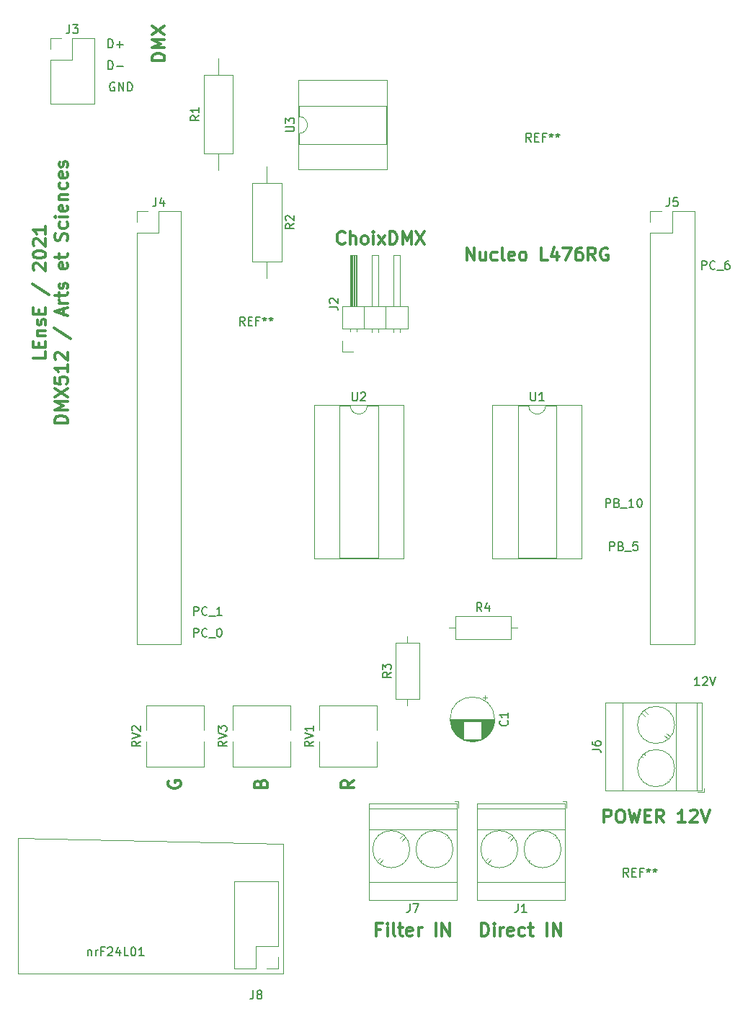
<source format=gbr>
%TF.GenerationSoftware,KiCad,Pcbnew,(5.0.1)-4*%
%TF.CreationDate,2021-10-01T09:14:40+02:00*%
%TF.ProjectId,carteDmx512,6361727465446D783531322E6B696361,rev?*%
%TF.SameCoordinates,Original*%
%TF.FileFunction,Legend,Top*%
%TF.FilePolarity,Positive*%
%FSLAX46Y46*%
G04 Gerber Fmt 4.6, Leading zero omitted, Abs format (unit mm)*
G04 Created by KiCad (PCBNEW (5.0.1)-4) date 01/10/2021 09:14:40*
%MOMM*%
%LPD*%
G01*
G04 APERTURE LIST*
%ADD10C,0.120000*%
%ADD11C,0.150000*%
%ADD12C,0.300000*%
G04 APERTURE END LIST*
D10*
X220980000Y-146685000D02*
X220980000Y-161925000D01*
X189865000Y-146050000D02*
X220980000Y-146685000D01*
X189865000Y-161925000D02*
X189865000Y-146050000D01*
X220980000Y-161925000D02*
X189865000Y-161925000D01*
D11*
X269890952Y-128087380D02*
X269319523Y-128087380D01*
X269605238Y-128087380D02*
X269605238Y-127087380D01*
X269510000Y-127230238D01*
X269414761Y-127325476D01*
X269319523Y-127373095D01*
X270271904Y-127182619D02*
X270319523Y-127135000D01*
X270414761Y-127087380D01*
X270652857Y-127087380D01*
X270748095Y-127135000D01*
X270795714Y-127182619D01*
X270843333Y-127277857D01*
X270843333Y-127373095D01*
X270795714Y-127515952D01*
X270224285Y-128087380D01*
X270843333Y-128087380D01*
X271129047Y-127087380D02*
X271462380Y-128087380D01*
X271795714Y-127087380D01*
X198033095Y-159170714D02*
X198033095Y-159837380D01*
X198033095Y-159265952D02*
X198080714Y-159218333D01*
X198175952Y-159170714D01*
X198318809Y-159170714D01*
X198414047Y-159218333D01*
X198461666Y-159313571D01*
X198461666Y-159837380D01*
X198937857Y-159837380D02*
X198937857Y-159170714D01*
X198937857Y-159361190D02*
X198985476Y-159265952D01*
X199033095Y-159218333D01*
X199128333Y-159170714D01*
X199223571Y-159170714D01*
X199890238Y-159313571D02*
X199556904Y-159313571D01*
X199556904Y-159837380D02*
X199556904Y-158837380D01*
X200033095Y-158837380D01*
X200366428Y-158932619D02*
X200414047Y-158885000D01*
X200509285Y-158837380D01*
X200747380Y-158837380D01*
X200842619Y-158885000D01*
X200890238Y-158932619D01*
X200937857Y-159027857D01*
X200937857Y-159123095D01*
X200890238Y-159265952D01*
X200318809Y-159837380D01*
X200937857Y-159837380D01*
X201795000Y-159170714D02*
X201795000Y-159837380D01*
X201556904Y-158789761D02*
X201318809Y-159504047D01*
X201937857Y-159504047D01*
X202795000Y-159837380D02*
X202318809Y-159837380D01*
X202318809Y-158837380D01*
X203318809Y-158837380D02*
X203414047Y-158837380D01*
X203509285Y-158885000D01*
X203556904Y-158932619D01*
X203604523Y-159027857D01*
X203652142Y-159218333D01*
X203652142Y-159456428D01*
X203604523Y-159646904D01*
X203556904Y-159742142D01*
X203509285Y-159789761D01*
X203414047Y-159837380D01*
X203318809Y-159837380D01*
X203223571Y-159789761D01*
X203175952Y-159742142D01*
X203128333Y-159646904D01*
X203080714Y-159456428D01*
X203080714Y-159218333D01*
X203128333Y-159027857D01*
X203175952Y-158932619D01*
X203223571Y-158885000D01*
X203318809Y-158837380D01*
X204604523Y-159837380D02*
X204033095Y-159837380D01*
X204318809Y-159837380D02*
X204318809Y-158837380D01*
X204223571Y-158980238D01*
X204128333Y-159075476D01*
X204033095Y-159123095D01*
D12*
X242539285Y-78148571D02*
X242539285Y-76648571D01*
X243396428Y-78148571D01*
X243396428Y-76648571D01*
X244753571Y-77148571D02*
X244753571Y-78148571D01*
X244110714Y-77148571D02*
X244110714Y-77934285D01*
X244182142Y-78077142D01*
X244325000Y-78148571D01*
X244539285Y-78148571D01*
X244682142Y-78077142D01*
X244753571Y-78005714D01*
X246110714Y-78077142D02*
X245967857Y-78148571D01*
X245682142Y-78148571D01*
X245539285Y-78077142D01*
X245467857Y-78005714D01*
X245396428Y-77862857D01*
X245396428Y-77434285D01*
X245467857Y-77291428D01*
X245539285Y-77220000D01*
X245682142Y-77148571D01*
X245967857Y-77148571D01*
X246110714Y-77220000D01*
X246967857Y-78148571D02*
X246825000Y-78077142D01*
X246753571Y-77934285D01*
X246753571Y-76648571D01*
X248110714Y-78077142D02*
X247967857Y-78148571D01*
X247682142Y-78148571D01*
X247539285Y-78077142D01*
X247467857Y-77934285D01*
X247467857Y-77362857D01*
X247539285Y-77220000D01*
X247682142Y-77148571D01*
X247967857Y-77148571D01*
X248110714Y-77220000D01*
X248182142Y-77362857D01*
X248182142Y-77505714D01*
X247467857Y-77648571D01*
X249039285Y-78148571D02*
X248896428Y-78077142D01*
X248825000Y-78005714D01*
X248753571Y-77862857D01*
X248753571Y-77434285D01*
X248825000Y-77291428D01*
X248896428Y-77220000D01*
X249039285Y-77148571D01*
X249253571Y-77148571D01*
X249396428Y-77220000D01*
X249467857Y-77291428D01*
X249539285Y-77434285D01*
X249539285Y-77862857D01*
X249467857Y-78005714D01*
X249396428Y-78077142D01*
X249253571Y-78148571D01*
X249039285Y-78148571D01*
X252039285Y-78148571D02*
X251325000Y-78148571D01*
X251325000Y-76648571D01*
X253182142Y-77148571D02*
X253182142Y-78148571D01*
X252825000Y-76577142D02*
X252467857Y-77648571D01*
X253396428Y-77648571D01*
X253825000Y-76648571D02*
X254825000Y-76648571D01*
X254182142Y-78148571D01*
X256039285Y-76648571D02*
X255753571Y-76648571D01*
X255610714Y-76720000D01*
X255539285Y-76791428D01*
X255396428Y-77005714D01*
X255325000Y-77291428D01*
X255325000Y-77862857D01*
X255396428Y-78005714D01*
X255467857Y-78077142D01*
X255610714Y-78148571D01*
X255896428Y-78148571D01*
X256039285Y-78077142D01*
X256110714Y-78005714D01*
X256182142Y-77862857D01*
X256182142Y-77505714D01*
X256110714Y-77362857D01*
X256039285Y-77291428D01*
X255896428Y-77220000D01*
X255610714Y-77220000D01*
X255467857Y-77291428D01*
X255396428Y-77362857D01*
X255325000Y-77505714D01*
X257682142Y-78148571D02*
X257182142Y-77434285D01*
X256825000Y-78148571D02*
X256825000Y-76648571D01*
X257396428Y-76648571D01*
X257539285Y-76720000D01*
X257610714Y-76791428D01*
X257682142Y-76934285D01*
X257682142Y-77148571D01*
X257610714Y-77291428D01*
X257539285Y-77362857D01*
X257396428Y-77434285D01*
X256825000Y-77434285D01*
X259110714Y-76720000D02*
X258967857Y-76648571D01*
X258753571Y-76648571D01*
X258539285Y-76720000D01*
X258396428Y-76862857D01*
X258325000Y-77005714D01*
X258253571Y-77291428D01*
X258253571Y-77505714D01*
X258325000Y-77791428D01*
X258396428Y-77934285D01*
X258539285Y-78077142D01*
X258753571Y-78148571D01*
X258896428Y-78148571D01*
X259110714Y-78077142D01*
X259182142Y-78005714D01*
X259182142Y-77505714D01*
X258896428Y-77505714D01*
X207053571Y-54669285D02*
X205553571Y-54669285D01*
X205553571Y-54312142D01*
X205625000Y-54097857D01*
X205767857Y-53955000D01*
X205910714Y-53883571D01*
X206196428Y-53812142D01*
X206410714Y-53812142D01*
X206696428Y-53883571D01*
X206839285Y-53955000D01*
X206982142Y-54097857D01*
X207053571Y-54312142D01*
X207053571Y-54669285D01*
X207053571Y-53169285D02*
X205553571Y-53169285D01*
X206625000Y-52669285D01*
X205553571Y-52169285D01*
X207053571Y-52169285D01*
X205553571Y-51597857D02*
X207053571Y-50597857D01*
X205553571Y-50597857D02*
X207053571Y-51597857D01*
X228231428Y-76100714D02*
X228160000Y-76172142D01*
X227945714Y-76243571D01*
X227802857Y-76243571D01*
X227588571Y-76172142D01*
X227445714Y-76029285D01*
X227374285Y-75886428D01*
X227302857Y-75600714D01*
X227302857Y-75386428D01*
X227374285Y-75100714D01*
X227445714Y-74957857D01*
X227588571Y-74815000D01*
X227802857Y-74743571D01*
X227945714Y-74743571D01*
X228160000Y-74815000D01*
X228231428Y-74886428D01*
X228874285Y-76243571D02*
X228874285Y-74743571D01*
X229517142Y-76243571D02*
X229517142Y-75457857D01*
X229445714Y-75315000D01*
X229302857Y-75243571D01*
X229088571Y-75243571D01*
X228945714Y-75315000D01*
X228874285Y-75386428D01*
X230445714Y-76243571D02*
X230302857Y-76172142D01*
X230231428Y-76100714D01*
X230160000Y-75957857D01*
X230160000Y-75529285D01*
X230231428Y-75386428D01*
X230302857Y-75315000D01*
X230445714Y-75243571D01*
X230660000Y-75243571D01*
X230802857Y-75315000D01*
X230874285Y-75386428D01*
X230945714Y-75529285D01*
X230945714Y-75957857D01*
X230874285Y-76100714D01*
X230802857Y-76172142D01*
X230660000Y-76243571D01*
X230445714Y-76243571D01*
X231588571Y-76243571D02*
X231588571Y-75243571D01*
X231588571Y-74743571D02*
X231517142Y-74815000D01*
X231588571Y-74886428D01*
X231660000Y-74815000D01*
X231588571Y-74743571D01*
X231588571Y-74886428D01*
X232160000Y-76243571D02*
X232945714Y-75243571D01*
X232160000Y-75243571D02*
X232945714Y-76243571D01*
X233517142Y-76243571D02*
X233517142Y-74743571D01*
X233874285Y-74743571D01*
X234088571Y-74815000D01*
X234231428Y-74957857D01*
X234302857Y-75100714D01*
X234374285Y-75386428D01*
X234374285Y-75600714D01*
X234302857Y-75886428D01*
X234231428Y-76029285D01*
X234088571Y-76172142D01*
X233874285Y-76243571D01*
X233517142Y-76243571D01*
X235017142Y-76243571D02*
X235017142Y-74743571D01*
X235517142Y-75815000D01*
X236017142Y-74743571D01*
X236017142Y-76243571D01*
X236588571Y-74743571D02*
X237588571Y-76243571D01*
X237588571Y-74743571D02*
X236588571Y-76243571D01*
X218332857Y-139592857D02*
X218404285Y-139378571D01*
X218475714Y-139307142D01*
X218618571Y-139235714D01*
X218832857Y-139235714D01*
X218975714Y-139307142D01*
X219047142Y-139378571D01*
X219118571Y-139521428D01*
X219118571Y-140092857D01*
X217618571Y-140092857D01*
X217618571Y-139592857D01*
X217690000Y-139450000D01*
X217761428Y-139378571D01*
X217904285Y-139307142D01*
X218047142Y-139307142D01*
X218190000Y-139378571D01*
X218261428Y-139450000D01*
X218332857Y-139592857D01*
X218332857Y-140092857D01*
X207530000Y-139307142D02*
X207458571Y-139450000D01*
X207458571Y-139664285D01*
X207530000Y-139878571D01*
X207672857Y-140021428D01*
X207815714Y-140092857D01*
X208101428Y-140164285D01*
X208315714Y-140164285D01*
X208601428Y-140092857D01*
X208744285Y-140021428D01*
X208887142Y-139878571D01*
X208958571Y-139664285D01*
X208958571Y-139521428D01*
X208887142Y-139307142D01*
X208815714Y-139235714D01*
X208315714Y-139235714D01*
X208315714Y-139521428D01*
X229278571Y-139235714D02*
X228564285Y-139735714D01*
X229278571Y-140092857D02*
X227778571Y-140092857D01*
X227778571Y-139521428D01*
X227850000Y-139378571D01*
X227921428Y-139307142D01*
X228064285Y-139235714D01*
X228278571Y-139235714D01*
X228421428Y-139307142D01*
X228492857Y-139378571D01*
X228564285Y-139521428D01*
X228564285Y-140092857D01*
X258687857Y-144188571D02*
X258687857Y-142688571D01*
X259259285Y-142688571D01*
X259402142Y-142760000D01*
X259473571Y-142831428D01*
X259545000Y-142974285D01*
X259545000Y-143188571D01*
X259473571Y-143331428D01*
X259402142Y-143402857D01*
X259259285Y-143474285D01*
X258687857Y-143474285D01*
X260473571Y-142688571D02*
X260759285Y-142688571D01*
X260902142Y-142760000D01*
X261045000Y-142902857D01*
X261116428Y-143188571D01*
X261116428Y-143688571D01*
X261045000Y-143974285D01*
X260902142Y-144117142D01*
X260759285Y-144188571D01*
X260473571Y-144188571D01*
X260330714Y-144117142D01*
X260187857Y-143974285D01*
X260116428Y-143688571D01*
X260116428Y-143188571D01*
X260187857Y-142902857D01*
X260330714Y-142760000D01*
X260473571Y-142688571D01*
X261616428Y-142688571D02*
X261973571Y-144188571D01*
X262259285Y-143117142D01*
X262545000Y-144188571D01*
X262902142Y-142688571D01*
X263473571Y-143402857D02*
X263973571Y-143402857D01*
X264187857Y-144188571D02*
X263473571Y-144188571D01*
X263473571Y-142688571D01*
X264187857Y-142688571D01*
X265687857Y-144188571D02*
X265187857Y-143474285D01*
X264830714Y-144188571D02*
X264830714Y-142688571D01*
X265402142Y-142688571D01*
X265545000Y-142760000D01*
X265616428Y-142831428D01*
X265687857Y-142974285D01*
X265687857Y-143188571D01*
X265616428Y-143331428D01*
X265545000Y-143402857D01*
X265402142Y-143474285D01*
X264830714Y-143474285D01*
X268259285Y-144188571D02*
X267402142Y-144188571D01*
X267830714Y-144188571D02*
X267830714Y-142688571D01*
X267687857Y-142902857D01*
X267545000Y-143045714D01*
X267402142Y-143117142D01*
X268830714Y-142831428D02*
X268902142Y-142760000D01*
X269045000Y-142688571D01*
X269402142Y-142688571D01*
X269545000Y-142760000D01*
X269616428Y-142831428D01*
X269687857Y-142974285D01*
X269687857Y-143117142D01*
X269616428Y-143331428D01*
X268759285Y-144188571D01*
X269687857Y-144188571D01*
X270116428Y-142688571D02*
X270616428Y-144188571D01*
X271116428Y-142688571D01*
X244277142Y-157523571D02*
X244277142Y-156023571D01*
X244634285Y-156023571D01*
X244848571Y-156095000D01*
X244991428Y-156237857D01*
X245062857Y-156380714D01*
X245134285Y-156666428D01*
X245134285Y-156880714D01*
X245062857Y-157166428D01*
X244991428Y-157309285D01*
X244848571Y-157452142D01*
X244634285Y-157523571D01*
X244277142Y-157523571D01*
X245777142Y-157523571D02*
X245777142Y-156523571D01*
X245777142Y-156023571D02*
X245705714Y-156095000D01*
X245777142Y-156166428D01*
X245848571Y-156095000D01*
X245777142Y-156023571D01*
X245777142Y-156166428D01*
X246491428Y-157523571D02*
X246491428Y-156523571D01*
X246491428Y-156809285D02*
X246562857Y-156666428D01*
X246634285Y-156595000D01*
X246777142Y-156523571D01*
X246920000Y-156523571D01*
X247991428Y-157452142D02*
X247848571Y-157523571D01*
X247562857Y-157523571D01*
X247420000Y-157452142D01*
X247348571Y-157309285D01*
X247348571Y-156737857D01*
X247420000Y-156595000D01*
X247562857Y-156523571D01*
X247848571Y-156523571D01*
X247991428Y-156595000D01*
X248062857Y-156737857D01*
X248062857Y-156880714D01*
X247348571Y-157023571D01*
X249348571Y-157452142D02*
X249205714Y-157523571D01*
X248920000Y-157523571D01*
X248777142Y-157452142D01*
X248705714Y-157380714D01*
X248634285Y-157237857D01*
X248634285Y-156809285D01*
X248705714Y-156666428D01*
X248777142Y-156595000D01*
X248920000Y-156523571D01*
X249205714Y-156523571D01*
X249348571Y-156595000D01*
X249777142Y-156523571D02*
X250348571Y-156523571D01*
X249991428Y-156023571D02*
X249991428Y-157309285D01*
X250062857Y-157452142D01*
X250205714Y-157523571D01*
X250348571Y-157523571D01*
X251991428Y-157523571D02*
X251991428Y-156023571D01*
X252705714Y-157523571D02*
X252705714Y-156023571D01*
X253562857Y-157523571D01*
X253562857Y-156023571D01*
X232434285Y-156737857D02*
X231934285Y-156737857D01*
X231934285Y-157523571D02*
X231934285Y-156023571D01*
X232648571Y-156023571D01*
X233220000Y-157523571D02*
X233220000Y-156523571D01*
X233220000Y-156023571D02*
X233148571Y-156095000D01*
X233220000Y-156166428D01*
X233291428Y-156095000D01*
X233220000Y-156023571D01*
X233220000Y-156166428D01*
X234148571Y-157523571D02*
X234005714Y-157452142D01*
X233934285Y-157309285D01*
X233934285Y-156023571D01*
X234505714Y-156523571D02*
X235077142Y-156523571D01*
X234720000Y-156023571D02*
X234720000Y-157309285D01*
X234791428Y-157452142D01*
X234934285Y-157523571D01*
X235077142Y-157523571D01*
X236148571Y-157452142D02*
X236005714Y-157523571D01*
X235720000Y-157523571D01*
X235577142Y-157452142D01*
X235505714Y-157309285D01*
X235505714Y-156737857D01*
X235577142Y-156595000D01*
X235720000Y-156523571D01*
X236005714Y-156523571D01*
X236148571Y-156595000D01*
X236220000Y-156737857D01*
X236220000Y-156880714D01*
X235505714Y-157023571D01*
X236862857Y-157523571D02*
X236862857Y-156523571D01*
X236862857Y-156809285D02*
X236934285Y-156666428D01*
X237005714Y-156595000D01*
X237148571Y-156523571D01*
X237291428Y-156523571D01*
X238934285Y-157523571D02*
X238934285Y-156023571D01*
X239648571Y-157523571D02*
X239648571Y-156023571D01*
X240505714Y-157523571D01*
X240505714Y-156023571D01*
X193078571Y-88879285D02*
X193078571Y-89593571D01*
X191578571Y-89593571D01*
X192292857Y-88379285D02*
X192292857Y-87879285D01*
X193078571Y-87665000D02*
X193078571Y-88379285D01*
X191578571Y-88379285D01*
X191578571Y-87665000D01*
X192078571Y-87022142D02*
X193078571Y-87022142D01*
X192221428Y-87022142D02*
X192150000Y-86950714D01*
X192078571Y-86807857D01*
X192078571Y-86593571D01*
X192150000Y-86450714D01*
X192292857Y-86379285D01*
X193078571Y-86379285D01*
X193007142Y-85736428D02*
X193078571Y-85593571D01*
X193078571Y-85307857D01*
X193007142Y-85165000D01*
X192864285Y-85093571D01*
X192792857Y-85093571D01*
X192650000Y-85165000D01*
X192578571Y-85307857D01*
X192578571Y-85522142D01*
X192507142Y-85665000D01*
X192364285Y-85736428D01*
X192292857Y-85736428D01*
X192150000Y-85665000D01*
X192078571Y-85522142D01*
X192078571Y-85307857D01*
X192150000Y-85165000D01*
X192292857Y-84450714D02*
X192292857Y-83950714D01*
X193078571Y-83736428D02*
X193078571Y-84450714D01*
X191578571Y-84450714D01*
X191578571Y-83736428D01*
X191507142Y-80879285D02*
X193435714Y-82165000D01*
X191721428Y-79307857D02*
X191650000Y-79236428D01*
X191578571Y-79093571D01*
X191578571Y-78736428D01*
X191650000Y-78593571D01*
X191721428Y-78522142D01*
X191864285Y-78450714D01*
X192007142Y-78450714D01*
X192221428Y-78522142D01*
X193078571Y-79379285D01*
X193078571Y-78450714D01*
X191578571Y-77522142D02*
X191578571Y-77379285D01*
X191650000Y-77236428D01*
X191721428Y-77165000D01*
X191864285Y-77093571D01*
X192150000Y-77022142D01*
X192507142Y-77022142D01*
X192792857Y-77093571D01*
X192935714Y-77165000D01*
X193007142Y-77236428D01*
X193078571Y-77379285D01*
X193078571Y-77522142D01*
X193007142Y-77665000D01*
X192935714Y-77736428D01*
X192792857Y-77807857D01*
X192507142Y-77879285D01*
X192150000Y-77879285D01*
X191864285Y-77807857D01*
X191721428Y-77736428D01*
X191650000Y-77665000D01*
X191578571Y-77522142D01*
X191721428Y-76450714D02*
X191650000Y-76379285D01*
X191578571Y-76236428D01*
X191578571Y-75879285D01*
X191650000Y-75736428D01*
X191721428Y-75665000D01*
X191864285Y-75593571D01*
X192007142Y-75593571D01*
X192221428Y-75665000D01*
X193078571Y-76522142D01*
X193078571Y-75593571D01*
X193078571Y-74165000D02*
X193078571Y-75022142D01*
X193078571Y-74593571D02*
X191578571Y-74593571D01*
X191792857Y-74736428D01*
X191935714Y-74879285D01*
X192007142Y-75022142D01*
X195628571Y-97236428D02*
X194128571Y-97236428D01*
X194128571Y-96879285D01*
X194200000Y-96665000D01*
X194342857Y-96522142D01*
X194485714Y-96450714D01*
X194771428Y-96379285D01*
X194985714Y-96379285D01*
X195271428Y-96450714D01*
X195414285Y-96522142D01*
X195557142Y-96665000D01*
X195628571Y-96879285D01*
X195628571Y-97236428D01*
X195628571Y-95736428D02*
X194128571Y-95736428D01*
X195200000Y-95236428D01*
X194128571Y-94736428D01*
X195628571Y-94736428D01*
X194128571Y-94165000D02*
X195628571Y-93165000D01*
X194128571Y-93165000D02*
X195628571Y-94165000D01*
X194128571Y-91879285D02*
X194128571Y-92593571D01*
X194842857Y-92665000D01*
X194771428Y-92593571D01*
X194700000Y-92450714D01*
X194700000Y-92093571D01*
X194771428Y-91950714D01*
X194842857Y-91879285D01*
X194985714Y-91807857D01*
X195342857Y-91807857D01*
X195485714Y-91879285D01*
X195557142Y-91950714D01*
X195628571Y-92093571D01*
X195628571Y-92450714D01*
X195557142Y-92593571D01*
X195485714Y-92665000D01*
X195628571Y-90379285D02*
X195628571Y-91236428D01*
X195628571Y-90807857D02*
X194128571Y-90807857D01*
X194342857Y-90950714D01*
X194485714Y-91093571D01*
X194557142Y-91236428D01*
X194271428Y-89807857D02*
X194200000Y-89736428D01*
X194128571Y-89593571D01*
X194128571Y-89236428D01*
X194200000Y-89093571D01*
X194271428Y-89022142D01*
X194414285Y-88950714D01*
X194557142Y-88950714D01*
X194771428Y-89022142D01*
X195628571Y-89879285D01*
X195628571Y-88950714D01*
X194057142Y-86093571D02*
X195985714Y-87379285D01*
X195200000Y-84522142D02*
X195200000Y-83807857D01*
X195628571Y-84665000D02*
X194128571Y-84165000D01*
X195628571Y-83665000D01*
X195628571Y-83165000D02*
X194628571Y-83165000D01*
X194914285Y-83165000D02*
X194771428Y-83093571D01*
X194700000Y-83022142D01*
X194628571Y-82879285D01*
X194628571Y-82736428D01*
X194628571Y-82450714D02*
X194628571Y-81879285D01*
X194128571Y-82236428D02*
X195414285Y-82236428D01*
X195557142Y-82165000D01*
X195628571Y-82022142D01*
X195628571Y-81879285D01*
X195557142Y-81450714D02*
X195628571Y-81307857D01*
X195628571Y-81022142D01*
X195557142Y-80879285D01*
X195414285Y-80807857D01*
X195342857Y-80807857D01*
X195200000Y-80879285D01*
X195128571Y-81022142D01*
X195128571Y-81236428D01*
X195057142Y-81379285D01*
X194914285Y-81450714D01*
X194842857Y-81450714D01*
X194700000Y-81379285D01*
X194628571Y-81236428D01*
X194628571Y-81022142D01*
X194700000Y-80879285D01*
X195557142Y-78450714D02*
X195628571Y-78593571D01*
X195628571Y-78879285D01*
X195557142Y-79022142D01*
X195414285Y-79093571D01*
X194842857Y-79093571D01*
X194700000Y-79022142D01*
X194628571Y-78879285D01*
X194628571Y-78593571D01*
X194700000Y-78450714D01*
X194842857Y-78379285D01*
X194985714Y-78379285D01*
X195128571Y-79093571D01*
X194628571Y-77950714D02*
X194628571Y-77379285D01*
X194128571Y-77736428D02*
X195414285Y-77736428D01*
X195557142Y-77665000D01*
X195628571Y-77522142D01*
X195628571Y-77379285D01*
X195557142Y-75807857D02*
X195628571Y-75593571D01*
X195628571Y-75236428D01*
X195557142Y-75093571D01*
X195485714Y-75022142D01*
X195342857Y-74950714D01*
X195200000Y-74950714D01*
X195057142Y-75022142D01*
X194985714Y-75093571D01*
X194914285Y-75236428D01*
X194842857Y-75522142D01*
X194771428Y-75665000D01*
X194700000Y-75736428D01*
X194557142Y-75807857D01*
X194414285Y-75807857D01*
X194271428Y-75736428D01*
X194200000Y-75665000D01*
X194128571Y-75522142D01*
X194128571Y-75165000D01*
X194200000Y-74950714D01*
X195557142Y-73665000D02*
X195628571Y-73807857D01*
X195628571Y-74093571D01*
X195557142Y-74236428D01*
X195485714Y-74307857D01*
X195342857Y-74379285D01*
X194914285Y-74379285D01*
X194771428Y-74307857D01*
X194700000Y-74236428D01*
X194628571Y-74093571D01*
X194628571Y-73807857D01*
X194700000Y-73665000D01*
X195628571Y-73022142D02*
X194628571Y-73022142D01*
X194128571Y-73022142D02*
X194200000Y-73093571D01*
X194271428Y-73022142D01*
X194200000Y-72950714D01*
X194128571Y-73022142D01*
X194271428Y-73022142D01*
X195557142Y-71736428D02*
X195628571Y-71879285D01*
X195628571Y-72165000D01*
X195557142Y-72307857D01*
X195414285Y-72379285D01*
X194842857Y-72379285D01*
X194700000Y-72307857D01*
X194628571Y-72165000D01*
X194628571Y-71879285D01*
X194700000Y-71736428D01*
X194842857Y-71665000D01*
X194985714Y-71665000D01*
X195128571Y-72379285D01*
X194628571Y-71022142D02*
X195628571Y-71022142D01*
X194771428Y-71022142D02*
X194700000Y-70950714D01*
X194628571Y-70807857D01*
X194628571Y-70593571D01*
X194700000Y-70450714D01*
X194842857Y-70379285D01*
X195628571Y-70379285D01*
X195557142Y-69022142D02*
X195628571Y-69165000D01*
X195628571Y-69450714D01*
X195557142Y-69593571D01*
X195485714Y-69665000D01*
X195342857Y-69736428D01*
X194914285Y-69736428D01*
X194771428Y-69665000D01*
X194700000Y-69593571D01*
X194628571Y-69450714D01*
X194628571Y-69165000D01*
X194700000Y-69022142D01*
X195557142Y-67807857D02*
X195628571Y-67950714D01*
X195628571Y-68236428D01*
X195557142Y-68379285D01*
X195414285Y-68450714D01*
X194842857Y-68450714D01*
X194700000Y-68379285D01*
X194628571Y-68236428D01*
X194628571Y-67950714D01*
X194700000Y-67807857D01*
X194842857Y-67736428D01*
X194985714Y-67736428D01*
X195128571Y-68450714D01*
X195557142Y-67165000D02*
X195628571Y-67022142D01*
X195628571Y-66736428D01*
X195557142Y-66593571D01*
X195414285Y-66522142D01*
X195342857Y-66522142D01*
X195200000Y-66593571D01*
X195128571Y-66736428D01*
X195128571Y-66950714D01*
X195057142Y-67093571D01*
X194914285Y-67165000D01*
X194842857Y-67165000D01*
X194700000Y-67093571D01*
X194628571Y-66950714D01*
X194628571Y-66736428D01*
X194700000Y-66593571D01*
D11*
X258889761Y-107132380D02*
X258889761Y-106132380D01*
X259270714Y-106132380D01*
X259365952Y-106180000D01*
X259413571Y-106227619D01*
X259461190Y-106322857D01*
X259461190Y-106465714D01*
X259413571Y-106560952D01*
X259365952Y-106608571D01*
X259270714Y-106656190D01*
X258889761Y-106656190D01*
X260223095Y-106608571D02*
X260365952Y-106656190D01*
X260413571Y-106703809D01*
X260461190Y-106799047D01*
X260461190Y-106941904D01*
X260413571Y-107037142D01*
X260365952Y-107084761D01*
X260270714Y-107132380D01*
X259889761Y-107132380D01*
X259889761Y-106132380D01*
X260223095Y-106132380D01*
X260318333Y-106180000D01*
X260365952Y-106227619D01*
X260413571Y-106322857D01*
X260413571Y-106418095D01*
X260365952Y-106513333D01*
X260318333Y-106560952D01*
X260223095Y-106608571D01*
X259889761Y-106608571D01*
X260651666Y-107227619D02*
X261413571Y-107227619D01*
X262175476Y-107132380D02*
X261604047Y-107132380D01*
X261889761Y-107132380D02*
X261889761Y-106132380D01*
X261794523Y-106275238D01*
X261699285Y-106370476D01*
X261604047Y-106418095D01*
X262794523Y-106132380D02*
X262889761Y-106132380D01*
X262985000Y-106180000D01*
X263032619Y-106227619D01*
X263080238Y-106322857D01*
X263127857Y-106513333D01*
X263127857Y-106751428D01*
X263080238Y-106941904D01*
X263032619Y-107037142D01*
X262985000Y-107084761D01*
X262889761Y-107132380D01*
X262794523Y-107132380D01*
X262699285Y-107084761D01*
X262651666Y-107037142D01*
X262604047Y-106941904D01*
X262556428Y-106751428D01*
X262556428Y-106513333D01*
X262604047Y-106322857D01*
X262651666Y-106227619D01*
X262699285Y-106180000D01*
X262794523Y-106132380D01*
X259365952Y-112212380D02*
X259365952Y-111212380D01*
X259746904Y-111212380D01*
X259842142Y-111260000D01*
X259889761Y-111307619D01*
X259937380Y-111402857D01*
X259937380Y-111545714D01*
X259889761Y-111640952D01*
X259842142Y-111688571D01*
X259746904Y-111736190D01*
X259365952Y-111736190D01*
X260699285Y-111688571D02*
X260842142Y-111736190D01*
X260889761Y-111783809D01*
X260937380Y-111879047D01*
X260937380Y-112021904D01*
X260889761Y-112117142D01*
X260842142Y-112164761D01*
X260746904Y-112212380D01*
X260365952Y-112212380D01*
X260365952Y-111212380D01*
X260699285Y-111212380D01*
X260794523Y-111260000D01*
X260842142Y-111307619D01*
X260889761Y-111402857D01*
X260889761Y-111498095D01*
X260842142Y-111593333D01*
X260794523Y-111640952D01*
X260699285Y-111688571D01*
X260365952Y-111688571D01*
X261127857Y-112307619D02*
X261889761Y-112307619D01*
X262604047Y-111212380D02*
X262127857Y-111212380D01*
X262080238Y-111688571D01*
X262127857Y-111640952D01*
X262223095Y-111593333D01*
X262461190Y-111593333D01*
X262556428Y-111640952D01*
X262604047Y-111688571D01*
X262651666Y-111783809D01*
X262651666Y-112021904D01*
X262604047Y-112117142D01*
X262556428Y-112164761D01*
X262461190Y-112212380D01*
X262223095Y-112212380D01*
X262127857Y-112164761D01*
X262080238Y-112117142D01*
X270160952Y-79192380D02*
X270160952Y-78192380D01*
X270541904Y-78192380D01*
X270637142Y-78240000D01*
X270684761Y-78287619D01*
X270732380Y-78382857D01*
X270732380Y-78525714D01*
X270684761Y-78620952D01*
X270637142Y-78668571D01*
X270541904Y-78716190D01*
X270160952Y-78716190D01*
X271732380Y-79097142D02*
X271684761Y-79144761D01*
X271541904Y-79192380D01*
X271446666Y-79192380D01*
X271303809Y-79144761D01*
X271208571Y-79049523D01*
X271160952Y-78954285D01*
X271113333Y-78763809D01*
X271113333Y-78620952D01*
X271160952Y-78430476D01*
X271208571Y-78335238D01*
X271303809Y-78240000D01*
X271446666Y-78192380D01*
X271541904Y-78192380D01*
X271684761Y-78240000D01*
X271732380Y-78287619D01*
X271922857Y-79287619D02*
X272684761Y-79287619D01*
X273351428Y-78192380D02*
X273160952Y-78192380D01*
X273065714Y-78240000D01*
X273018095Y-78287619D01*
X272922857Y-78430476D01*
X272875238Y-78620952D01*
X272875238Y-79001904D01*
X272922857Y-79097142D01*
X272970476Y-79144761D01*
X273065714Y-79192380D01*
X273256190Y-79192380D01*
X273351428Y-79144761D01*
X273399047Y-79097142D01*
X273446666Y-79001904D01*
X273446666Y-78763809D01*
X273399047Y-78668571D01*
X273351428Y-78620952D01*
X273256190Y-78573333D01*
X273065714Y-78573333D01*
X272970476Y-78620952D01*
X272922857Y-78668571D01*
X272875238Y-78763809D01*
X200414047Y-55697380D02*
X200414047Y-54697380D01*
X200652142Y-54697380D01*
X200795000Y-54745000D01*
X200890238Y-54840238D01*
X200937857Y-54935476D01*
X200985476Y-55125952D01*
X200985476Y-55268809D01*
X200937857Y-55459285D01*
X200890238Y-55554523D01*
X200795000Y-55649761D01*
X200652142Y-55697380D01*
X200414047Y-55697380D01*
X201414047Y-55316428D02*
X202175952Y-55316428D01*
X200414047Y-53157380D02*
X200414047Y-52157380D01*
X200652142Y-52157380D01*
X200795000Y-52205000D01*
X200890238Y-52300238D01*
X200937857Y-52395476D01*
X200985476Y-52585952D01*
X200985476Y-52728809D01*
X200937857Y-52919285D01*
X200890238Y-53014523D01*
X200795000Y-53109761D01*
X200652142Y-53157380D01*
X200414047Y-53157380D01*
X201414047Y-52776428D02*
X202175952Y-52776428D01*
X201795000Y-53157380D02*
X201795000Y-52395476D01*
X201168095Y-57285000D02*
X201072857Y-57237380D01*
X200930000Y-57237380D01*
X200787142Y-57285000D01*
X200691904Y-57380238D01*
X200644285Y-57475476D01*
X200596666Y-57665952D01*
X200596666Y-57808809D01*
X200644285Y-57999285D01*
X200691904Y-58094523D01*
X200787142Y-58189761D01*
X200930000Y-58237380D01*
X201025238Y-58237380D01*
X201168095Y-58189761D01*
X201215714Y-58142142D01*
X201215714Y-57808809D01*
X201025238Y-57808809D01*
X201644285Y-58237380D02*
X201644285Y-57237380D01*
X202215714Y-58237380D01*
X202215714Y-57237380D01*
X202691904Y-58237380D02*
X202691904Y-57237380D01*
X202930000Y-57237380D01*
X203072857Y-57285000D01*
X203168095Y-57380238D01*
X203215714Y-57475476D01*
X203263333Y-57665952D01*
X203263333Y-57808809D01*
X203215714Y-57999285D01*
X203168095Y-58094523D01*
X203072857Y-58189761D01*
X202930000Y-58237380D01*
X202691904Y-58237380D01*
X210470952Y-119832380D02*
X210470952Y-118832380D01*
X210851904Y-118832380D01*
X210947142Y-118880000D01*
X210994761Y-118927619D01*
X211042380Y-119022857D01*
X211042380Y-119165714D01*
X210994761Y-119260952D01*
X210947142Y-119308571D01*
X210851904Y-119356190D01*
X210470952Y-119356190D01*
X212042380Y-119737142D02*
X211994761Y-119784761D01*
X211851904Y-119832380D01*
X211756666Y-119832380D01*
X211613809Y-119784761D01*
X211518571Y-119689523D01*
X211470952Y-119594285D01*
X211423333Y-119403809D01*
X211423333Y-119260952D01*
X211470952Y-119070476D01*
X211518571Y-118975238D01*
X211613809Y-118880000D01*
X211756666Y-118832380D01*
X211851904Y-118832380D01*
X211994761Y-118880000D01*
X212042380Y-118927619D01*
X212232857Y-119927619D02*
X212994761Y-119927619D01*
X213756666Y-119832380D02*
X213185238Y-119832380D01*
X213470952Y-119832380D02*
X213470952Y-118832380D01*
X213375714Y-118975238D01*
X213280476Y-119070476D01*
X213185238Y-119118095D01*
X210470952Y-122372380D02*
X210470952Y-121372380D01*
X210851904Y-121372380D01*
X210947142Y-121420000D01*
X210994761Y-121467619D01*
X211042380Y-121562857D01*
X211042380Y-121705714D01*
X210994761Y-121800952D01*
X210947142Y-121848571D01*
X210851904Y-121896190D01*
X210470952Y-121896190D01*
X212042380Y-122277142D02*
X211994761Y-122324761D01*
X211851904Y-122372380D01*
X211756666Y-122372380D01*
X211613809Y-122324761D01*
X211518571Y-122229523D01*
X211470952Y-122134285D01*
X211423333Y-121943809D01*
X211423333Y-121800952D01*
X211470952Y-121610476D01*
X211518571Y-121515238D01*
X211613809Y-121420000D01*
X211756666Y-121372380D01*
X211851904Y-121372380D01*
X211994761Y-121420000D01*
X212042380Y-121467619D01*
X212232857Y-122467619D02*
X212994761Y-122467619D01*
X213423333Y-121372380D02*
X213518571Y-121372380D01*
X213613809Y-121420000D01*
X213661428Y-121467619D01*
X213709047Y-121562857D01*
X213756666Y-121753333D01*
X213756666Y-121991428D01*
X213709047Y-122181904D01*
X213661428Y-122277142D01*
X213613809Y-122324761D01*
X213518571Y-122372380D01*
X213423333Y-122372380D01*
X213328095Y-122324761D01*
X213280476Y-122277142D01*
X213232857Y-122181904D01*
X213185238Y-121991428D01*
X213185238Y-121753333D01*
X213232857Y-121562857D01*
X213280476Y-121467619D01*
X213328095Y-121420000D01*
X213423333Y-121372380D01*
D10*
%TO.C,U1*%
X256075000Y-95130000D02*
X245575000Y-95130000D01*
X256075000Y-113150000D02*
X256075000Y-95130000D01*
X245575000Y-113150000D02*
X256075000Y-113150000D01*
X245575000Y-95130000D02*
X245575000Y-113150000D01*
X253075000Y-95190000D02*
X251825000Y-95190000D01*
X253075000Y-113090000D02*
X253075000Y-95190000D01*
X248575000Y-113090000D02*
X253075000Y-113090000D01*
X248575000Y-95190000D02*
X248575000Y-113090000D01*
X249825000Y-95190000D02*
X248575000Y-95190000D01*
X251825000Y-95190000D02*
G75*
G02X249825000Y-95190000I-1000000J0D01*
G01*
%TO.C,J4*%
X203775000Y-123250000D02*
X208975000Y-123250000D01*
X203775000Y-74930000D02*
X203775000Y-123250000D01*
X208975000Y-72330000D02*
X208975000Y-123250000D01*
X203775000Y-74930000D02*
X206375000Y-74930000D01*
X206375000Y-74930000D02*
X206375000Y-72330000D01*
X206375000Y-72330000D02*
X208975000Y-72330000D01*
X203775000Y-73660000D02*
X203775000Y-72330000D01*
X203775000Y-72330000D02*
X205105000Y-72330000D01*
%TO.C,J5*%
X264100000Y-72330000D02*
X265430000Y-72330000D01*
X264100000Y-73660000D02*
X264100000Y-72330000D01*
X266700000Y-72330000D02*
X269300000Y-72330000D01*
X266700000Y-74930000D02*
X266700000Y-72330000D01*
X264100000Y-74930000D02*
X266700000Y-74930000D01*
X269300000Y-72330000D02*
X269300000Y-123250000D01*
X264100000Y-74930000D02*
X264100000Y-123250000D01*
X264100000Y-123250000D02*
X269300000Y-123250000D01*
%TO.C,J3*%
X193615000Y-59750000D02*
X198815000Y-59750000D01*
X193615000Y-54610000D02*
X193615000Y-59750000D01*
X198815000Y-52010000D02*
X198815000Y-59750000D01*
X193615000Y-54610000D02*
X196215000Y-54610000D01*
X196215000Y-54610000D02*
X196215000Y-52010000D01*
X196215000Y-52010000D02*
X198815000Y-52010000D01*
X193615000Y-53340000D02*
X193615000Y-52010000D01*
X193615000Y-52010000D02*
X194945000Y-52010000D01*
%TO.C,R1*%
X213360000Y-54380000D02*
X213360000Y-56340000D01*
X213360000Y-67540000D02*
X213360000Y-65580000D01*
X211640000Y-56340000D02*
X211640000Y-65580000D01*
X215080000Y-56340000D02*
X211640000Y-56340000D01*
X215080000Y-65580000D02*
X215080000Y-56340000D01*
X211640000Y-65580000D02*
X215080000Y-65580000D01*
%TO.C,R2*%
X220795000Y-69040000D02*
X217355000Y-69040000D01*
X217355000Y-69040000D02*
X217355000Y-78280000D01*
X217355000Y-78280000D02*
X220795000Y-78280000D01*
X220795000Y-78280000D02*
X220795000Y-69040000D01*
X219075000Y-67080000D02*
X219075000Y-69040000D01*
X219075000Y-80240000D02*
X219075000Y-78280000D01*
%TO.C,RV1*%
X225180000Y-130425000D02*
X232020000Y-130425000D01*
X225180000Y-137665000D02*
X232020000Y-137665000D01*
X232020000Y-133335000D02*
X232020000Y-130425000D01*
X232020000Y-137665000D02*
X232020000Y-134635000D01*
X225180000Y-133335000D02*
X225180000Y-130425000D01*
X225180000Y-137665000D02*
X225180000Y-134635000D01*
%TO.C,RV2*%
X204860000Y-137665000D02*
X204860000Y-134635000D01*
X204860000Y-133335000D02*
X204860000Y-130425000D01*
X211700000Y-137665000D02*
X211700000Y-134635000D01*
X211700000Y-133335000D02*
X211700000Y-130425000D01*
X204860000Y-137665000D02*
X211700000Y-137665000D01*
X204860000Y-130425000D02*
X211700000Y-130425000D01*
%TO.C,RV3*%
X215020000Y-137665000D02*
X215020000Y-134635000D01*
X215020000Y-133335000D02*
X215020000Y-130425000D01*
X221860000Y-137665000D02*
X221860000Y-134635000D01*
X221860000Y-133335000D02*
X221860000Y-130425000D01*
X215020000Y-137665000D02*
X221860000Y-137665000D01*
X215020000Y-130425000D02*
X221860000Y-130425000D01*
%TO.C,U3*%
X222825000Y-63230000D02*
X222825000Y-64480000D01*
X222825000Y-64480000D02*
X233105000Y-64480000D01*
X233105000Y-64480000D02*
X233105000Y-59980000D01*
X233105000Y-59980000D02*
X222825000Y-59980000D01*
X222825000Y-59980000D02*
X222825000Y-61230000D01*
X222765000Y-67480000D02*
X233165000Y-67480000D01*
X233165000Y-67480000D02*
X233165000Y-56980000D01*
X233165000Y-56980000D02*
X222765000Y-56980000D01*
X222765000Y-56980000D02*
X222765000Y-67480000D01*
X222825000Y-61230000D02*
G75*
G02X222825000Y-63230000I0J-1000000D01*
G01*
%TO.C,J6*%
X266975000Y-137795000D02*
G75*
G03X266975000Y-137795000I-2180000J0D01*
G01*
X266975000Y-132715000D02*
G75*
G03X266975000Y-132715000I-2180000J0D01*
G01*
X269595000Y-140395000D02*
X269595000Y-130115000D01*
X267095000Y-140395000D02*
X267095000Y-130115000D01*
X260895000Y-140395000D02*
X260895000Y-130115000D01*
X258835000Y-140395000D02*
X258835000Y-130115000D01*
X270155000Y-140395000D02*
X270155000Y-130115000D01*
X258835000Y-140395000D02*
X270155000Y-140395000D01*
X258835000Y-130115000D02*
X270155000Y-130115000D01*
X263407000Y-136141000D02*
X263514000Y-136248000D01*
X266342000Y-139077000D02*
X266449000Y-139183000D01*
X263141000Y-136407000D02*
X263248000Y-136514000D01*
X266076000Y-139343000D02*
X266183000Y-139449000D01*
X263407000Y-131061000D02*
X263803000Y-131456000D01*
X266069000Y-133722000D02*
X266449000Y-134102000D01*
X263141000Y-131327000D02*
X263521000Y-131707000D01*
X265787000Y-133973000D02*
X266183000Y-134368000D01*
X269655000Y-140635000D02*
X270395000Y-140635000D01*
X270395000Y-140635000D02*
X270395000Y-140135000D01*
%TO.C,J2*%
X227905000Y-86190000D02*
X235645000Y-86190000D01*
X235645000Y-86190000D02*
X235645000Y-83530000D01*
X235645000Y-83530000D02*
X227905000Y-83530000D01*
X227905000Y-83530000D02*
X227905000Y-86190000D01*
X228855000Y-83530000D02*
X228855000Y-77530000D01*
X228855000Y-77530000D02*
X229615000Y-77530000D01*
X229615000Y-77530000D02*
X229615000Y-83530000D01*
X228915000Y-83530000D02*
X228915000Y-77530000D01*
X229035000Y-83530000D02*
X229035000Y-77530000D01*
X229155000Y-83530000D02*
X229155000Y-77530000D01*
X229275000Y-83530000D02*
X229275000Y-77530000D01*
X229395000Y-83530000D02*
X229395000Y-77530000D01*
X229515000Y-83530000D02*
X229515000Y-77530000D01*
X228855000Y-86520000D02*
X228855000Y-86190000D01*
X229615000Y-86520000D02*
X229615000Y-86190000D01*
X230505000Y-86190000D02*
X230505000Y-83530000D01*
X231395000Y-83530000D02*
X231395000Y-77530000D01*
X231395000Y-77530000D02*
X232155000Y-77530000D01*
X232155000Y-77530000D02*
X232155000Y-83530000D01*
X231395000Y-86587071D02*
X231395000Y-86190000D01*
X232155000Y-86587071D02*
X232155000Y-86190000D01*
X233045000Y-86190000D02*
X233045000Y-83530000D01*
X233935000Y-83530000D02*
X233935000Y-77530000D01*
X233935000Y-77530000D02*
X234695000Y-77530000D01*
X234695000Y-77530000D02*
X234695000Y-83530000D01*
X233935000Y-86587071D02*
X233935000Y-86190000D01*
X234695000Y-86587071D02*
X234695000Y-86190000D01*
X229235000Y-88900000D02*
X227965000Y-88900000D01*
X227965000Y-88900000D02*
X227965000Y-87630000D01*
%TO.C,U2*%
X228870000Y-95190000D02*
X227620000Y-95190000D01*
X227620000Y-95190000D02*
X227620000Y-113090000D01*
X227620000Y-113090000D02*
X232120000Y-113090000D01*
X232120000Y-113090000D02*
X232120000Y-95190000D01*
X232120000Y-95190000D02*
X230870000Y-95190000D01*
X224620000Y-95130000D02*
X224620000Y-113150000D01*
X224620000Y-113150000D02*
X235120000Y-113150000D01*
X235120000Y-113150000D02*
X235120000Y-95130000D01*
X235120000Y-95130000D02*
X224620000Y-95130000D01*
X230870000Y-95190000D02*
G75*
G02X228870000Y-95190000I-1000000J0D01*
G01*
%TO.C,J7*%
X241600000Y-141720000D02*
X241100000Y-141720000D01*
X241600000Y-142460000D02*
X241600000Y-141720000D01*
X234938000Y-146328000D02*
X235333000Y-145932000D01*
X232292000Y-148974000D02*
X232672000Y-148594000D01*
X234687000Y-146046000D02*
X235067000Y-145666000D01*
X232026000Y-148708000D02*
X232421000Y-148312000D01*
X240308000Y-146039000D02*
X240414000Y-145932000D01*
X237372000Y-148974000D02*
X237479000Y-148867000D01*
X240042000Y-145773000D02*
X240148000Y-145666000D01*
X237106000Y-148708000D02*
X237213000Y-148601000D01*
X231080000Y-153280000D02*
X231080000Y-141960000D01*
X241360000Y-153280000D02*
X241360000Y-141960000D01*
X241360000Y-141960000D02*
X231080000Y-141960000D01*
X241360000Y-153280000D02*
X231080000Y-153280000D01*
X241360000Y-151220000D02*
X231080000Y-151220000D01*
X241360000Y-145020000D02*
X231080000Y-145020000D01*
X241360000Y-142520000D02*
X231080000Y-142520000D01*
X235860000Y-147320000D02*
G75*
G03X235860000Y-147320000I-2180000J0D01*
G01*
X240940000Y-147320000D02*
G75*
G03X240940000Y-147320000I-2180000J0D01*
G01*
%TO.C,R3*%
X234215000Y-129635000D02*
X236955000Y-129635000D01*
X236955000Y-129635000D02*
X236955000Y-123095000D01*
X236955000Y-123095000D02*
X234215000Y-123095000D01*
X234215000Y-123095000D02*
X234215000Y-129635000D01*
X235585000Y-130405000D02*
X235585000Y-129635000D01*
X235585000Y-122325000D02*
X235585000Y-123095000D01*
%TO.C,R4*%
X248515000Y-121285000D02*
X247745000Y-121285000D01*
X240435000Y-121285000D02*
X241205000Y-121285000D01*
X247745000Y-119915000D02*
X241205000Y-119915000D01*
X247745000Y-122655000D02*
X247745000Y-119915000D01*
X241205000Y-122655000D02*
X247745000Y-122655000D01*
X241205000Y-119915000D02*
X241205000Y-122655000D01*
%TO.C,J1*%
X254300000Y-141720000D02*
X253800000Y-141720000D01*
X254300000Y-142460000D02*
X254300000Y-141720000D01*
X247638000Y-146328000D02*
X248033000Y-145932000D01*
X244992000Y-148974000D02*
X245372000Y-148594000D01*
X247387000Y-146046000D02*
X247767000Y-145666000D01*
X244726000Y-148708000D02*
X245121000Y-148312000D01*
X253008000Y-146039000D02*
X253114000Y-145932000D01*
X250072000Y-148974000D02*
X250179000Y-148867000D01*
X252742000Y-145773000D02*
X252848000Y-145666000D01*
X249806000Y-148708000D02*
X249913000Y-148601000D01*
X243780000Y-153280000D02*
X243780000Y-141960000D01*
X254060000Y-153280000D02*
X254060000Y-141960000D01*
X254060000Y-141960000D02*
X243780000Y-141960000D01*
X254060000Y-153280000D02*
X243780000Y-153280000D01*
X254060000Y-151220000D02*
X243780000Y-151220000D01*
X254060000Y-145020000D02*
X243780000Y-145020000D01*
X254060000Y-142520000D02*
X243780000Y-142520000D01*
X248560000Y-147320000D02*
G75*
G03X248560000Y-147320000I-2180000J0D01*
G01*
X253640000Y-147320000D02*
G75*
G03X253640000Y-147320000I-2180000J0D01*
G01*
%TO.C,J8*%
X220405000Y-151070000D02*
X215205000Y-151070000D01*
X220405000Y-158750000D02*
X220405000Y-151070000D01*
X215205000Y-161350000D02*
X215205000Y-151070000D01*
X220405000Y-158750000D02*
X217805000Y-158750000D01*
X217805000Y-158750000D02*
X217805000Y-161350000D01*
X217805000Y-161350000D02*
X215205000Y-161350000D01*
X220405000Y-160020000D02*
X220405000Y-161350000D01*
X220405000Y-161350000D02*
X219075000Y-161350000D01*
%TO.C,C1*%
X245825000Y-132060000D02*
G75*
G03X245825000Y-132060000I-2620000J0D01*
G01*
X245785000Y-132060000D02*
X240625000Y-132060000D01*
X245785000Y-132100000D02*
X240625000Y-132100000D01*
X245784000Y-132140000D02*
X240626000Y-132140000D01*
X245783000Y-132180000D02*
X240627000Y-132180000D01*
X245781000Y-132220000D02*
X240629000Y-132220000D01*
X245778000Y-132260000D02*
X240632000Y-132260000D01*
X245774000Y-132300000D02*
X244245000Y-132300000D01*
X242165000Y-132300000D02*
X240636000Y-132300000D01*
X245770000Y-132340000D02*
X244245000Y-132340000D01*
X242165000Y-132340000D02*
X240640000Y-132340000D01*
X245766000Y-132380000D02*
X244245000Y-132380000D01*
X242165000Y-132380000D02*
X240644000Y-132380000D01*
X245761000Y-132420000D02*
X244245000Y-132420000D01*
X242165000Y-132420000D02*
X240649000Y-132420000D01*
X245755000Y-132460000D02*
X244245000Y-132460000D01*
X242165000Y-132460000D02*
X240655000Y-132460000D01*
X245748000Y-132500000D02*
X244245000Y-132500000D01*
X242165000Y-132500000D02*
X240662000Y-132500000D01*
X245741000Y-132540000D02*
X244245000Y-132540000D01*
X242165000Y-132540000D02*
X240669000Y-132540000D01*
X245733000Y-132580000D02*
X244245000Y-132580000D01*
X242165000Y-132580000D02*
X240677000Y-132580000D01*
X245725000Y-132620000D02*
X244245000Y-132620000D01*
X242165000Y-132620000D02*
X240685000Y-132620000D01*
X245716000Y-132660000D02*
X244245000Y-132660000D01*
X242165000Y-132660000D02*
X240694000Y-132660000D01*
X245706000Y-132700000D02*
X244245000Y-132700000D01*
X242165000Y-132700000D02*
X240704000Y-132700000D01*
X245696000Y-132740000D02*
X244245000Y-132740000D01*
X242165000Y-132740000D02*
X240714000Y-132740000D01*
X245685000Y-132781000D02*
X244245000Y-132781000D01*
X242165000Y-132781000D02*
X240725000Y-132781000D01*
X245673000Y-132821000D02*
X244245000Y-132821000D01*
X242165000Y-132821000D02*
X240737000Y-132821000D01*
X245660000Y-132861000D02*
X244245000Y-132861000D01*
X242165000Y-132861000D02*
X240750000Y-132861000D01*
X245647000Y-132901000D02*
X244245000Y-132901000D01*
X242165000Y-132901000D02*
X240763000Y-132901000D01*
X245633000Y-132941000D02*
X244245000Y-132941000D01*
X242165000Y-132941000D02*
X240777000Y-132941000D01*
X245619000Y-132981000D02*
X244245000Y-132981000D01*
X242165000Y-132981000D02*
X240791000Y-132981000D01*
X245603000Y-133021000D02*
X244245000Y-133021000D01*
X242165000Y-133021000D02*
X240807000Y-133021000D01*
X245587000Y-133061000D02*
X244245000Y-133061000D01*
X242165000Y-133061000D02*
X240823000Y-133061000D01*
X245570000Y-133101000D02*
X244245000Y-133101000D01*
X242165000Y-133101000D02*
X240840000Y-133101000D01*
X245553000Y-133141000D02*
X244245000Y-133141000D01*
X242165000Y-133141000D02*
X240857000Y-133141000D01*
X245534000Y-133181000D02*
X244245000Y-133181000D01*
X242165000Y-133181000D02*
X240876000Y-133181000D01*
X245515000Y-133221000D02*
X244245000Y-133221000D01*
X242165000Y-133221000D02*
X240895000Y-133221000D01*
X245495000Y-133261000D02*
X244245000Y-133261000D01*
X242165000Y-133261000D02*
X240915000Y-133261000D01*
X245473000Y-133301000D02*
X244245000Y-133301000D01*
X242165000Y-133301000D02*
X240937000Y-133301000D01*
X245452000Y-133341000D02*
X244245000Y-133341000D01*
X242165000Y-133341000D02*
X240958000Y-133341000D01*
X245429000Y-133381000D02*
X244245000Y-133381000D01*
X242165000Y-133381000D02*
X240981000Y-133381000D01*
X245405000Y-133421000D02*
X244245000Y-133421000D01*
X242165000Y-133421000D02*
X241005000Y-133421000D01*
X245380000Y-133461000D02*
X244245000Y-133461000D01*
X242165000Y-133461000D02*
X241030000Y-133461000D01*
X245354000Y-133501000D02*
X244245000Y-133501000D01*
X242165000Y-133501000D02*
X241056000Y-133501000D01*
X245327000Y-133541000D02*
X244245000Y-133541000D01*
X242165000Y-133541000D02*
X241083000Y-133541000D01*
X245300000Y-133581000D02*
X244245000Y-133581000D01*
X242165000Y-133581000D02*
X241110000Y-133581000D01*
X245270000Y-133621000D02*
X244245000Y-133621000D01*
X242165000Y-133621000D02*
X241140000Y-133621000D01*
X245240000Y-133661000D02*
X244245000Y-133661000D01*
X242165000Y-133661000D02*
X241170000Y-133661000D01*
X245209000Y-133701000D02*
X244245000Y-133701000D01*
X242165000Y-133701000D02*
X241201000Y-133701000D01*
X245176000Y-133741000D02*
X244245000Y-133741000D01*
X242165000Y-133741000D02*
X241234000Y-133741000D01*
X245142000Y-133781000D02*
X244245000Y-133781000D01*
X242165000Y-133781000D02*
X241268000Y-133781000D01*
X245106000Y-133821000D02*
X244245000Y-133821000D01*
X242165000Y-133821000D02*
X241304000Y-133821000D01*
X245069000Y-133861000D02*
X244245000Y-133861000D01*
X242165000Y-133861000D02*
X241341000Y-133861000D01*
X245031000Y-133901000D02*
X244245000Y-133901000D01*
X242165000Y-133901000D02*
X241379000Y-133901000D01*
X244990000Y-133941000D02*
X244245000Y-133941000D01*
X242165000Y-133941000D02*
X241420000Y-133941000D01*
X244948000Y-133981000D02*
X244245000Y-133981000D01*
X242165000Y-133981000D02*
X241462000Y-133981000D01*
X244904000Y-134021000D02*
X244245000Y-134021000D01*
X242165000Y-134021000D02*
X241506000Y-134021000D01*
X244858000Y-134061000D02*
X244245000Y-134061000D01*
X242165000Y-134061000D02*
X241552000Y-134061000D01*
X244810000Y-134101000D02*
X244245000Y-134101000D01*
X242165000Y-134101000D02*
X241600000Y-134101000D01*
X244759000Y-134141000D02*
X244245000Y-134141000D01*
X242165000Y-134141000D02*
X241651000Y-134141000D01*
X244705000Y-134181000D02*
X244245000Y-134181000D01*
X242165000Y-134181000D02*
X241705000Y-134181000D01*
X244648000Y-134221000D02*
X244245000Y-134221000D01*
X242165000Y-134221000D02*
X241762000Y-134221000D01*
X244588000Y-134261000D02*
X244245000Y-134261000D01*
X242165000Y-134261000D02*
X241822000Y-134261000D01*
X244524000Y-134301000D02*
X244245000Y-134301000D01*
X242165000Y-134301000D02*
X241886000Y-134301000D01*
X244456000Y-134341000D02*
X244245000Y-134341000D01*
X242165000Y-134341000D02*
X241954000Y-134341000D01*
X244383000Y-134381000D02*
X242027000Y-134381000D01*
X244303000Y-134421000D02*
X242107000Y-134421000D01*
X244216000Y-134461000D02*
X242194000Y-134461000D01*
X244120000Y-134501000D02*
X242290000Y-134501000D01*
X244010000Y-134541000D02*
X242400000Y-134541000D01*
X243882000Y-134581000D02*
X242528000Y-134581000D01*
X243723000Y-134621000D02*
X242687000Y-134621000D01*
X243489000Y-134661000D02*
X242921000Y-134661000D01*
X244680000Y-129255225D02*
X244680000Y-129755225D01*
X244930000Y-129505225D02*
X244430000Y-129505225D01*
%TO.C,U1*%
D11*
X250063095Y-93642380D02*
X250063095Y-94451904D01*
X250110714Y-94547142D01*
X250158333Y-94594761D01*
X250253571Y-94642380D01*
X250444047Y-94642380D01*
X250539285Y-94594761D01*
X250586904Y-94547142D01*
X250634523Y-94451904D01*
X250634523Y-93642380D01*
X251634523Y-94642380D02*
X251063095Y-94642380D01*
X251348809Y-94642380D02*
X251348809Y-93642380D01*
X251253571Y-93785238D01*
X251158333Y-93880476D01*
X251063095Y-93928095D01*
%TO.C,J4*%
X206041666Y-70782380D02*
X206041666Y-71496666D01*
X205994047Y-71639523D01*
X205898809Y-71734761D01*
X205755952Y-71782380D01*
X205660714Y-71782380D01*
X206946428Y-71115714D02*
X206946428Y-71782380D01*
X206708333Y-70734761D02*
X206470238Y-71449047D01*
X207089285Y-71449047D01*
%TO.C,J5*%
X266366666Y-70782380D02*
X266366666Y-71496666D01*
X266319047Y-71639523D01*
X266223809Y-71734761D01*
X266080952Y-71782380D01*
X265985714Y-71782380D01*
X267319047Y-70782380D02*
X266842857Y-70782380D01*
X266795238Y-71258571D01*
X266842857Y-71210952D01*
X266938095Y-71163333D01*
X267176190Y-71163333D01*
X267271428Y-71210952D01*
X267319047Y-71258571D01*
X267366666Y-71353809D01*
X267366666Y-71591904D01*
X267319047Y-71687142D01*
X267271428Y-71734761D01*
X267176190Y-71782380D01*
X266938095Y-71782380D01*
X266842857Y-71734761D01*
X266795238Y-71687142D01*
%TO.C,J3*%
X195881666Y-50462380D02*
X195881666Y-51176666D01*
X195834047Y-51319523D01*
X195738809Y-51414761D01*
X195595952Y-51462380D01*
X195500714Y-51462380D01*
X196262619Y-50462380D02*
X196881666Y-50462380D01*
X196548333Y-50843333D01*
X196691190Y-50843333D01*
X196786428Y-50890952D01*
X196834047Y-50938571D01*
X196881666Y-51033809D01*
X196881666Y-51271904D01*
X196834047Y-51367142D01*
X196786428Y-51414761D01*
X196691190Y-51462380D01*
X196405476Y-51462380D01*
X196310238Y-51414761D01*
X196262619Y-51367142D01*
%TO.C,R1*%
X211092380Y-61126666D02*
X210616190Y-61460000D01*
X211092380Y-61698095D02*
X210092380Y-61698095D01*
X210092380Y-61317142D01*
X210140000Y-61221904D01*
X210187619Y-61174285D01*
X210282857Y-61126666D01*
X210425714Y-61126666D01*
X210520952Y-61174285D01*
X210568571Y-61221904D01*
X210616190Y-61317142D01*
X210616190Y-61698095D01*
X211092380Y-60174285D02*
X211092380Y-60745714D01*
X211092380Y-60460000D02*
X210092380Y-60460000D01*
X210235238Y-60555238D01*
X210330476Y-60650476D01*
X210378095Y-60745714D01*
%TO.C,R2*%
X222247380Y-73826666D02*
X221771190Y-74160000D01*
X222247380Y-74398095D02*
X221247380Y-74398095D01*
X221247380Y-74017142D01*
X221295000Y-73921904D01*
X221342619Y-73874285D01*
X221437857Y-73826666D01*
X221580714Y-73826666D01*
X221675952Y-73874285D01*
X221723571Y-73921904D01*
X221771190Y-74017142D01*
X221771190Y-74398095D01*
X221342619Y-73445714D02*
X221295000Y-73398095D01*
X221247380Y-73302857D01*
X221247380Y-73064761D01*
X221295000Y-72969523D01*
X221342619Y-72921904D01*
X221437857Y-72874285D01*
X221533095Y-72874285D01*
X221675952Y-72921904D01*
X222247380Y-73493333D01*
X222247380Y-72874285D01*
%TO.C,RV1*%
X224502380Y-134640238D02*
X224026190Y-134973571D01*
X224502380Y-135211666D02*
X223502380Y-135211666D01*
X223502380Y-134830714D01*
X223550000Y-134735476D01*
X223597619Y-134687857D01*
X223692857Y-134640238D01*
X223835714Y-134640238D01*
X223930952Y-134687857D01*
X223978571Y-134735476D01*
X224026190Y-134830714D01*
X224026190Y-135211666D01*
X223502380Y-134354523D02*
X224502380Y-134021190D01*
X223502380Y-133687857D01*
X224502380Y-132830714D02*
X224502380Y-133402142D01*
X224502380Y-133116428D02*
X223502380Y-133116428D01*
X223645238Y-133211666D01*
X223740476Y-133306904D01*
X223788095Y-133402142D01*
%TO.C,RV2*%
X204182380Y-134640238D02*
X203706190Y-134973571D01*
X204182380Y-135211666D02*
X203182380Y-135211666D01*
X203182380Y-134830714D01*
X203230000Y-134735476D01*
X203277619Y-134687857D01*
X203372857Y-134640238D01*
X203515714Y-134640238D01*
X203610952Y-134687857D01*
X203658571Y-134735476D01*
X203706190Y-134830714D01*
X203706190Y-135211666D01*
X203182380Y-134354523D02*
X204182380Y-134021190D01*
X203182380Y-133687857D01*
X203277619Y-133402142D02*
X203230000Y-133354523D01*
X203182380Y-133259285D01*
X203182380Y-133021190D01*
X203230000Y-132925952D01*
X203277619Y-132878333D01*
X203372857Y-132830714D01*
X203468095Y-132830714D01*
X203610952Y-132878333D01*
X204182380Y-133449761D01*
X204182380Y-132830714D01*
%TO.C,RV3*%
X214342380Y-134640238D02*
X213866190Y-134973571D01*
X214342380Y-135211666D02*
X213342380Y-135211666D01*
X213342380Y-134830714D01*
X213390000Y-134735476D01*
X213437619Y-134687857D01*
X213532857Y-134640238D01*
X213675714Y-134640238D01*
X213770952Y-134687857D01*
X213818571Y-134735476D01*
X213866190Y-134830714D01*
X213866190Y-135211666D01*
X213342380Y-134354523D02*
X214342380Y-134021190D01*
X213342380Y-133687857D01*
X213342380Y-133449761D02*
X213342380Y-132830714D01*
X213723333Y-133164047D01*
X213723333Y-133021190D01*
X213770952Y-132925952D01*
X213818571Y-132878333D01*
X213913809Y-132830714D01*
X214151904Y-132830714D01*
X214247142Y-132878333D01*
X214294761Y-132925952D01*
X214342380Y-133021190D01*
X214342380Y-133306904D01*
X214294761Y-133402142D01*
X214247142Y-133449761D01*
%TO.C,U3*%
X221277380Y-62991904D02*
X222086904Y-62991904D01*
X222182142Y-62944285D01*
X222229761Y-62896666D01*
X222277380Y-62801428D01*
X222277380Y-62610952D01*
X222229761Y-62515714D01*
X222182142Y-62468095D01*
X222086904Y-62420476D01*
X221277380Y-62420476D01*
X221277380Y-62039523D02*
X221277380Y-61420476D01*
X221658333Y-61753809D01*
X221658333Y-61610952D01*
X221705952Y-61515714D01*
X221753571Y-61468095D01*
X221848809Y-61420476D01*
X222086904Y-61420476D01*
X222182142Y-61468095D01*
X222229761Y-61515714D01*
X222277380Y-61610952D01*
X222277380Y-61896666D01*
X222229761Y-61991904D01*
X222182142Y-62039523D01*
%TO.C,J6*%
X257287380Y-135588333D02*
X258001666Y-135588333D01*
X258144523Y-135635952D01*
X258239761Y-135731190D01*
X258287380Y-135874047D01*
X258287380Y-135969285D01*
X257287380Y-134683571D02*
X257287380Y-134874047D01*
X257335000Y-134969285D01*
X257382619Y-135016904D01*
X257525476Y-135112142D01*
X257715952Y-135159761D01*
X258096904Y-135159761D01*
X258192142Y-135112142D01*
X258239761Y-135064523D01*
X258287380Y-134969285D01*
X258287380Y-134778809D01*
X258239761Y-134683571D01*
X258192142Y-134635952D01*
X258096904Y-134588333D01*
X257858809Y-134588333D01*
X257763571Y-134635952D01*
X257715952Y-134683571D01*
X257668333Y-134778809D01*
X257668333Y-134969285D01*
X257715952Y-135064523D01*
X257763571Y-135112142D01*
X257858809Y-135159761D01*
%TO.C,J2*%
X226417380Y-83578333D02*
X227131666Y-83578333D01*
X227274523Y-83625952D01*
X227369761Y-83721190D01*
X227417380Y-83864047D01*
X227417380Y-83959285D01*
X226512619Y-83149761D02*
X226465000Y-83102142D01*
X226417380Y-83006904D01*
X226417380Y-82768809D01*
X226465000Y-82673571D01*
X226512619Y-82625952D01*
X226607857Y-82578333D01*
X226703095Y-82578333D01*
X226845952Y-82625952D01*
X227417380Y-83197380D01*
X227417380Y-82578333D01*
%TO.C,U2*%
X229108095Y-93642380D02*
X229108095Y-94451904D01*
X229155714Y-94547142D01*
X229203333Y-94594761D01*
X229298571Y-94642380D01*
X229489047Y-94642380D01*
X229584285Y-94594761D01*
X229631904Y-94547142D01*
X229679523Y-94451904D01*
X229679523Y-93642380D01*
X230108095Y-93737619D02*
X230155714Y-93690000D01*
X230250952Y-93642380D01*
X230489047Y-93642380D01*
X230584285Y-93690000D01*
X230631904Y-93737619D01*
X230679523Y-93832857D01*
X230679523Y-93928095D01*
X230631904Y-94070952D01*
X230060476Y-94642380D01*
X230679523Y-94642380D01*
%TO.C,J7*%
X235886666Y-153732380D02*
X235886666Y-154446666D01*
X235839047Y-154589523D01*
X235743809Y-154684761D01*
X235600952Y-154732380D01*
X235505714Y-154732380D01*
X236267619Y-153732380D02*
X236934285Y-153732380D01*
X236505714Y-154732380D01*
%TO.C,R3*%
X233667380Y-126531666D02*
X233191190Y-126865000D01*
X233667380Y-127103095D02*
X232667380Y-127103095D01*
X232667380Y-126722142D01*
X232715000Y-126626904D01*
X232762619Y-126579285D01*
X232857857Y-126531666D01*
X233000714Y-126531666D01*
X233095952Y-126579285D01*
X233143571Y-126626904D01*
X233191190Y-126722142D01*
X233191190Y-127103095D01*
X232667380Y-126198333D02*
X232667380Y-125579285D01*
X233048333Y-125912619D01*
X233048333Y-125769761D01*
X233095952Y-125674523D01*
X233143571Y-125626904D01*
X233238809Y-125579285D01*
X233476904Y-125579285D01*
X233572142Y-125626904D01*
X233619761Y-125674523D01*
X233667380Y-125769761D01*
X233667380Y-126055476D01*
X233619761Y-126150714D01*
X233572142Y-126198333D01*
%TO.C,R4*%
X244308333Y-119367380D02*
X243975000Y-118891190D01*
X243736904Y-119367380D02*
X243736904Y-118367380D01*
X244117857Y-118367380D01*
X244213095Y-118415000D01*
X244260714Y-118462619D01*
X244308333Y-118557857D01*
X244308333Y-118700714D01*
X244260714Y-118795952D01*
X244213095Y-118843571D01*
X244117857Y-118891190D01*
X243736904Y-118891190D01*
X245165476Y-118700714D02*
X245165476Y-119367380D01*
X244927380Y-118319761D02*
X244689285Y-119034047D01*
X245308333Y-119034047D01*
%TO.C,J1*%
X248586666Y-153732380D02*
X248586666Y-154446666D01*
X248539047Y-154589523D01*
X248443809Y-154684761D01*
X248300952Y-154732380D01*
X248205714Y-154732380D01*
X249586666Y-154732380D02*
X249015238Y-154732380D01*
X249300952Y-154732380D02*
X249300952Y-153732380D01*
X249205714Y-153875238D01*
X249110476Y-153970476D01*
X249015238Y-154018095D01*
%TO.C,J8*%
X217471666Y-163917380D02*
X217471666Y-164631666D01*
X217424047Y-164774523D01*
X217328809Y-164869761D01*
X217185952Y-164917380D01*
X217090714Y-164917380D01*
X218090714Y-164345952D02*
X217995476Y-164298333D01*
X217947857Y-164250714D01*
X217900238Y-164155476D01*
X217900238Y-164107857D01*
X217947857Y-164012619D01*
X217995476Y-163965000D01*
X218090714Y-163917380D01*
X218281190Y-163917380D01*
X218376428Y-163965000D01*
X218424047Y-164012619D01*
X218471666Y-164107857D01*
X218471666Y-164155476D01*
X218424047Y-164250714D01*
X218376428Y-164298333D01*
X218281190Y-164345952D01*
X218090714Y-164345952D01*
X217995476Y-164393571D01*
X217947857Y-164441190D01*
X217900238Y-164536428D01*
X217900238Y-164726904D01*
X217947857Y-164822142D01*
X217995476Y-164869761D01*
X218090714Y-164917380D01*
X218281190Y-164917380D01*
X218376428Y-164869761D01*
X218424047Y-164822142D01*
X218471666Y-164726904D01*
X218471666Y-164536428D01*
X218424047Y-164441190D01*
X218376428Y-164393571D01*
X218281190Y-164345952D01*
%TO.C,C1*%
X247312142Y-132226666D02*
X247359761Y-132274285D01*
X247407380Y-132417142D01*
X247407380Y-132512380D01*
X247359761Y-132655238D01*
X247264523Y-132750476D01*
X247169285Y-132798095D01*
X246978809Y-132845714D01*
X246835952Y-132845714D01*
X246645476Y-132798095D01*
X246550238Y-132750476D01*
X246455000Y-132655238D01*
X246407380Y-132512380D01*
X246407380Y-132417142D01*
X246455000Y-132274285D01*
X246502619Y-132226666D01*
X247407380Y-131274285D02*
X247407380Y-131845714D01*
X247407380Y-131560000D02*
X246407380Y-131560000D01*
X246550238Y-131655238D01*
X246645476Y-131750476D01*
X246693095Y-131845714D01*
%TO.C,REF\002A\002A*%
X250126666Y-64197380D02*
X249793333Y-63721190D01*
X249555238Y-64197380D02*
X249555238Y-63197380D01*
X249936190Y-63197380D01*
X250031428Y-63245000D01*
X250079047Y-63292619D01*
X250126666Y-63387857D01*
X250126666Y-63530714D01*
X250079047Y-63625952D01*
X250031428Y-63673571D01*
X249936190Y-63721190D01*
X249555238Y-63721190D01*
X250555238Y-63673571D02*
X250888571Y-63673571D01*
X251031428Y-64197380D02*
X250555238Y-64197380D01*
X250555238Y-63197380D01*
X251031428Y-63197380D01*
X251793333Y-63673571D02*
X251460000Y-63673571D01*
X251460000Y-64197380D02*
X251460000Y-63197380D01*
X251936190Y-63197380D01*
X252460000Y-63197380D02*
X252460000Y-63435476D01*
X252221904Y-63340238D02*
X252460000Y-63435476D01*
X252698095Y-63340238D01*
X252317142Y-63625952D02*
X252460000Y-63435476D01*
X252602857Y-63625952D01*
X253221904Y-63197380D02*
X253221904Y-63435476D01*
X252983809Y-63340238D02*
X253221904Y-63435476D01*
X253460000Y-63340238D01*
X253079047Y-63625952D02*
X253221904Y-63435476D01*
X253364761Y-63625952D01*
X261556666Y-150557380D02*
X261223333Y-150081190D01*
X260985238Y-150557380D02*
X260985238Y-149557380D01*
X261366190Y-149557380D01*
X261461428Y-149605000D01*
X261509047Y-149652619D01*
X261556666Y-149747857D01*
X261556666Y-149890714D01*
X261509047Y-149985952D01*
X261461428Y-150033571D01*
X261366190Y-150081190D01*
X260985238Y-150081190D01*
X261985238Y-150033571D02*
X262318571Y-150033571D01*
X262461428Y-150557380D02*
X261985238Y-150557380D01*
X261985238Y-149557380D01*
X262461428Y-149557380D01*
X263223333Y-150033571D02*
X262890000Y-150033571D01*
X262890000Y-150557380D02*
X262890000Y-149557380D01*
X263366190Y-149557380D01*
X263890000Y-149557380D02*
X263890000Y-149795476D01*
X263651904Y-149700238D02*
X263890000Y-149795476D01*
X264128095Y-149700238D01*
X263747142Y-149985952D02*
X263890000Y-149795476D01*
X264032857Y-149985952D01*
X264651904Y-149557380D02*
X264651904Y-149795476D01*
X264413809Y-149700238D02*
X264651904Y-149795476D01*
X264890000Y-149700238D01*
X264509047Y-149985952D02*
X264651904Y-149795476D01*
X264794761Y-149985952D01*
X216471666Y-85787380D02*
X216138333Y-85311190D01*
X215900238Y-85787380D02*
X215900238Y-84787380D01*
X216281190Y-84787380D01*
X216376428Y-84835000D01*
X216424047Y-84882619D01*
X216471666Y-84977857D01*
X216471666Y-85120714D01*
X216424047Y-85215952D01*
X216376428Y-85263571D01*
X216281190Y-85311190D01*
X215900238Y-85311190D01*
X216900238Y-85263571D02*
X217233571Y-85263571D01*
X217376428Y-85787380D02*
X216900238Y-85787380D01*
X216900238Y-84787380D01*
X217376428Y-84787380D01*
X218138333Y-85263571D02*
X217805000Y-85263571D01*
X217805000Y-85787380D02*
X217805000Y-84787380D01*
X218281190Y-84787380D01*
X218805000Y-84787380D02*
X218805000Y-85025476D01*
X218566904Y-84930238D02*
X218805000Y-85025476D01*
X219043095Y-84930238D01*
X218662142Y-85215952D02*
X218805000Y-85025476D01*
X218947857Y-85215952D01*
X219566904Y-84787380D02*
X219566904Y-85025476D01*
X219328809Y-84930238D02*
X219566904Y-85025476D01*
X219805000Y-84930238D01*
X219424047Y-85215952D02*
X219566904Y-85025476D01*
X219709761Y-85215952D01*
%TD*%
M02*

</source>
